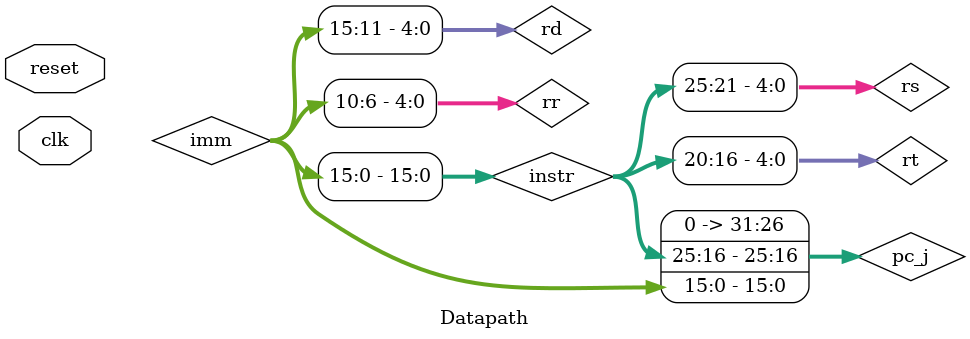
<source format=v>
`timescale 1ns / 1ps
module Datapath(
	input clk,reset
    );
	 //�����ź�����
	 //��Ҫ���ź�
	wire [1:0]RegDst,RegSrc,nPC_sel;
	wire [3:0] ALUCtr;
	wire RegWrite,ALUSrc,MemWrite,ExtOp,MemByte,MemHByte;
	wire [31:0]instr;
	 
	 //�����ź�
	 wire [31:0]busA,busB,pc,pc4,aluresult,extout,ALUb,dmout,regdata;
	 wire [4:0]rs = instr[25:21],rt = instr[20:16],rd = instr[15:11],rr = instr[10:6];
	 wire [4:0]regaddr;
	 wire [15:0]imm = instr[15:0];
	 wire [31:0]pc_j = {{6{1'b0}},instr[25:0]};
	 
	 wire zero;
	 
	 //��Ҫ���ź�
	Controller ctr(
	.OpCode(instr[31:26]),
	.func(instr[5:0]),
	.RegDst(RegDst),
	.RegSrc(RegSrc),
	.ALUCtr(ALUCtr),
	.RegWrite(RegWrite),
	.ALUSrc(ALUSrc),
	.MemWrite(MemWrite),
	.nPC_sel(nPC_sel),
	.ExtOp(ExtOp),
	.MemByte(MemByte),
	.MemHByte(MemHByte)
    );
	 
	ALU alu(
		.A(busA),
		.B(ALUb),
		.ALUCtr(ALUCtr),
		.Zero(zero),
		.Result(aluresult)
    );
	
	EXT ext(
		.imm16(imm),
		.ExtOp(ExtOp),
		.imm32(extout)
    );
	 
	 mux2 #(32) AluMux(ALUSrc,busB,extout,ALUb);
	 DM dm(
		.DataIn(busB),
		.MemAddr(aluresult),
		.pc(pc),
		.WrEn(MemWrite),
		.Byte(MemByte),
		.HByte(MemHByte),
		.Reset(reset),
		.Clk(clk),
		.DataOut(dmout)
    );
	 
	 mux3 #(32) RegSrcMux(RegSrc,aluresult,dmout,pc4,regdata);
	 
	 IM im(
		.pc(pc),
		.Instr(instr)
    );
	 
	 IFU ifu(
		.PC_branch(extout),
		.PC_jump(pc_j),
		.PC_jr(busA),
		.Reset(reset),
		.Clk(clk),
		.Zero(zero),
		.nPC_sel(nPC_sel),
		.pc(pc),
		.pc4(pc4)
    );
	 
	 mux3 #(5)RegDstMux(RegDst,rd,rt,5'h1f,regaddr);
	GRF grf(
	.RA(rs),
	.RB(rt),
	.RW(regaddr),////
	.WD(regdata),
	.Clk(clk),
	.Reset(reset),
	.WE(RegWrite),
	.WPC(pc),
	.busA(busA),
	.busB(busB)
    );

endmodule

</source>
